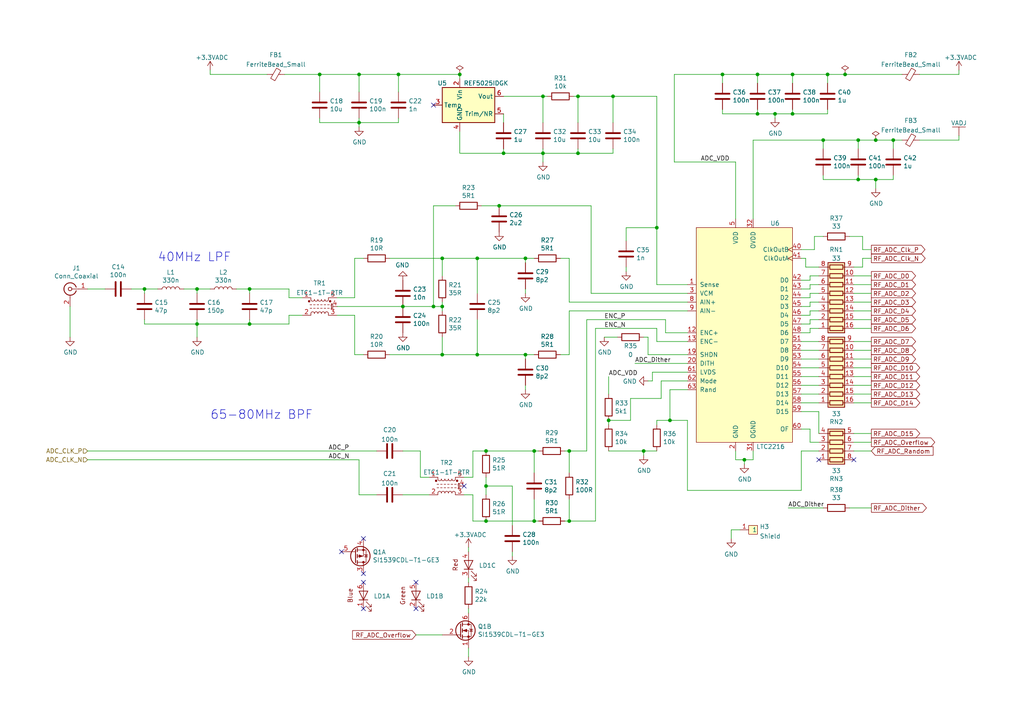
<source format=kicad_sch>
(kicad_sch (version 20210621) (generator eeschema)
  (paper "A4")
  (junction (at 41.91 83.82) (diameter 0.9144))
  (junction (at 57.15 83.82) (diameter 0.9144))
  (junction (at 57.15 93.98) (diameter 0.9144))
  (junction (at 72.39 83.82) (diameter 0.9144))
  (junction (at 72.39 93.98) (diameter 0.9144))
  (junction (at 92.71 21.59) (diameter 0.9144))
  (junction (at 104.14 21.59) (diameter 0.9144))
  (junction (at 104.14 35.56) (diameter 0.9144))
  (junction (at 115.57 21.59) (diameter 0.9144))
  (junction (at 116.84 88.9) (diameter 0.9144))
  (junction (at 125.73 88.9) (diameter 0.9144))
  (junction (at 128.27 74.93) (diameter 0.9144))
  (junction (at 128.27 88.9) (diameter 0.9144))
  (junction (at 128.27 102.87) (diameter 0.9144))
  (junction (at 133.35 21.59) (diameter 0.9144))
  (junction (at 138.43 74.93) (diameter 0.9144))
  (junction (at 138.43 102.87) (diameter 0.9144))
  (junction (at 140.97 130.81) (diameter 0.9144))
  (junction (at 140.97 140.97) (diameter 0.9144))
  (junction (at 140.97 151.13) (diameter 0.9144))
  (junction (at 144.78 59.69) (diameter 0.9144))
  (junction (at 146.05 44.45) (diameter 0.9144))
  (junction (at 152.4 74.93) (diameter 0.9144))
  (junction (at 152.4 102.87) (diameter 0.9144))
  (junction (at 154.94 130.81) (diameter 0.9144))
  (junction (at 154.94 151.13) (diameter 0.9144))
  (junction (at 157.48 27.94) (diameter 0.9144))
  (junction (at 157.48 44.45) (diameter 0.9144))
  (junction (at 165.1 130.81) (diameter 0.9144))
  (junction (at 165.1 151.13) (diameter 0.9144))
  (junction (at 167.64 27.94) (diameter 0.9144))
  (junction (at 167.64 44.45) (diameter 0.9144))
  (junction (at 176.53 121.92) (diameter 0.9144))
  (junction (at 177.8 27.94) (diameter 0.9144))
  (junction (at 186.69 130.81) (diameter 0.9144))
  (junction (at 190.5 66.04) (diameter 0.9144))
  (junction (at 194.31 121.92) (diameter 0.9144))
  (junction (at 209.55 21.59) (diameter 0.9144))
  (junction (at 215.9 133.35) (diameter 0.9144))
  (junction (at 219.71 21.59) (diameter 0.9144))
  (junction (at 219.71 33.02) (diameter 0.9144))
  (junction (at 224.79 33.02) (diameter 0.9144))
  (junction (at 229.87 21.59) (diameter 0.9144))
  (junction (at 229.87 33.02) (diameter 0.9144))
  (junction (at 238.76 40.64) (diameter 0.9144))
  (junction (at 240.03 21.59) (diameter 0.9144))
  (junction (at 245.11 21.59) (diameter 0.9144))
  (junction (at 248.92 40.64) (diameter 0.9144))
  (junction (at 248.92 52.07) (diameter 0.9144))
  (junction (at 254 40.64) (diameter 0.9144))
  (junction (at 254 52.07) (diameter 0.9144))
  (junction (at 259.08 40.64) (diameter 0.9144))
  (no_connect (at 99.06 160.02))
  (no_connect (at 105.41 156.21))
  (no_connect (at 105.41 166.37))
  (no_connect (at 105.41 168.91))
  (no_connect (at 105.41 176.53))
  (no_connect (at 120.65 168.91))
  (no_connect (at 120.65 176.53))
  (no_connect (at 125.73 30.48))
  (no_connect (at 134.62 140.97))
  (no_connect (at 237.49 133.35))
  (no_connect (at 247.65 133.35))
  (wire (pts (xy 20.32 88.9) (xy 20.32 97.79)))
  (wire (pts (xy 25.4 83.82) (xy 30.48 83.82)))
  (wire (pts (xy 25.4 130.81) (xy 109.22 130.81)))
  (wire (pts (xy 25.4 133.35) (xy 104.14 133.35)))
  (wire (pts (xy 38.1 83.82) (xy 41.91 83.82)))
  (wire (pts (xy 41.91 83.82) (xy 45.72 83.82)))
  (wire (pts (xy 41.91 85.09) (xy 41.91 83.82)))
  (wire (pts (xy 41.91 93.98) (xy 41.91 92.71)))
  (wire (pts (xy 53.34 83.82) (xy 57.15 83.82)))
  (wire (pts (xy 57.15 83.82) (xy 60.96 83.82)))
  (wire (pts (xy 57.15 85.09) (xy 57.15 83.82)))
  (wire (pts (xy 57.15 92.71) (xy 57.15 93.98)))
  (wire (pts (xy 57.15 93.98) (xy 41.91 93.98)))
  (wire (pts (xy 57.15 93.98) (xy 57.15 97.79)))
  (wire (pts (xy 57.15 93.98) (xy 72.39 93.98)))
  (wire (pts (xy 60.96 20.32) (xy 60.96 21.59)))
  (wire (pts (xy 60.96 21.59) (xy 77.47 21.59)))
  (wire (pts (xy 72.39 83.82) (xy 68.58 83.82)))
  (wire (pts (xy 72.39 83.82) (xy 83.82 83.82)))
  (wire (pts (xy 72.39 85.09) (xy 72.39 83.82)))
  (wire (pts (xy 72.39 93.98) (xy 72.39 92.71)))
  (wire (pts (xy 72.39 93.98) (xy 83.82 93.98)))
  (wire (pts (xy 82.55 21.59) (xy 92.71 21.59)))
  (wire (pts (xy 83.82 83.82) (xy 83.82 86.36)))
  (wire (pts (xy 83.82 86.36) (xy 87.63 86.36)))
  (wire (pts (xy 83.82 91.44) (xy 87.63 91.44)))
  (wire (pts (xy 83.82 93.98) (xy 83.82 91.44)))
  (wire (pts (xy 92.71 21.59) (xy 104.14 21.59)))
  (wire (pts (xy 92.71 26.67) (xy 92.71 21.59)))
  (wire (pts (xy 92.71 34.29) (xy 92.71 35.56)))
  (wire (pts (xy 92.71 35.56) (xy 104.14 35.56)))
  (wire (pts (xy 97.79 86.36) (xy 102.87 86.36)))
  (wire (pts (xy 97.79 88.9) (xy 116.84 88.9)))
  (wire (pts (xy 97.79 91.44) (xy 102.87 91.44)))
  (wire (pts (xy 102.87 74.93) (xy 102.87 86.36)))
  (wire (pts (xy 102.87 91.44) (xy 102.87 102.87)))
  (wire (pts (xy 102.87 102.87) (xy 105.41 102.87)))
  (wire (pts (xy 104.14 21.59) (xy 115.57 21.59)))
  (wire (pts (xy 104.14 26.67) (xy 104.14 21.59)))
  (wire (pts (xy 104.14 34.29) (xy 104.14 35.56)))
  (wire (pts (xy 104.14 35.56) (xy 115.57 35.56)))
  (wire (pts (xy 104.14 36.83) (xy 104.14 35.56)))
  (wire (pts (xy 104.14 133.35) (xy 104.14 143.51)))
  (wire (pts (xy 104.14 143.51) (xy 109.22 143.51)))
  (wire (pts (xy 105.41 74.93) (xy 102.87 74.93)))
  (wire (pts (xy 113.03 74.93) (xy 128.27 74.93)))
  (wire (pts (xy 113.03 102.87) (xy 128.27 102.87)))
  (wire (pts (xy 115.57 21.59) (xy 133.35 21.59)))
  (wire (pts (xy 115.57 26.67) (xy 115.57 21.59)))
  (wire (pts (xy 115.57 35.56) (xy 115.57 34.29)))
  (wire (pts (xy 116.84 88.9) (xy 125.73 88.9)))
  (wire (pts (xy 116.84 130.81) (xy 121.92 130.81)))
  (wire (pts (xy 116.84 143.51) (xy 124.46 143.51)))
  (wire (pts (xy 121.92 138.43) (xy 121.92 130.81)))
  (wire (pts (xy 121.92 138.43) (xy 124.46 138.43)))
  (wire (pts (xy 125.73 59.69) (xy 125.73 88.9)))
  (wire (pts (xy 125.73 88.9) (xy 128.27 88.9)))
  (wire (pts (xy 128.27 74.93) (xy 128.27 80.01)))
  (wire (pts (xy 128.27 74.93) (xy 138.43 74.93)))
  (wire (pts (xy 128.27 88.9) (xy 128.27 87.63)))
  (wire (pts (xy 128.27 90.17) (xy 128.27 88.9)))
  (wire (pts (xy 128.27 102.87) (xy 128.27 97.79)))
  (wire (pts (xy 128.27 102.87) (xy 138.43 102.87)))
  (wire (pts (xy 128.27 184.15) (xy 120.65 184.15)))
  (wire (pts (xy 132.08 59.69) (xy 125.73 59.69)))
  (wire (pts (xy 133.35 22.86) (xy 133.35 21.59)))
  (wire (pts (xy 133.35 38.1) (xy 133.35 44.45)))
  (wire (pts (xy 133.35 44.45) (xy 146.05 44.45)))
  (wire (pts (xy 134.62 138.43) (xy 137.16 138.43)))
  (wire (pts (xy 134.62 143.51) (xy 137.16 143.51)))
  (wire (pts (xy 135.89 158.75) (xy 135.89 160.02)))
  (wire (pts (xy 135.89 167.64) (xy 135.89 168.91)))
  (wire (pts (xy 135.89 176.53) (xy 135.89 177.8)))
  (wire (pts (xy 135.89 190.5) (xy 135.89 187.96)))
  (wire (pts (xy 137.16 130.81) (xy 140.97 130.81)))
  (wire (pts (xy 137.16 138.43) (xy 137.16 130.81)))
  (wire (pts (xy 137.16 151.13) (xy 137.16 143.51)))
  (wire (pts (xy 137.16 151.13) (xy 140.97 151.13)))
  (wire (pts (xy 138.43 74.93) (xy 138.43 85.09)))
  (wire (pts (xy 138.43 74.93) (xy 152.4 74.93)))
  (wire (pts (xy 138.43 92.71) (xy 138.43 102.87)))
  (wire (pts (xy 138.43 102.87) (xy 152.4 102.87)))
  (wire (pts (xy 139.7 59.69) (xy 144.78 59.69)))
  (wire (pts (xy 140.97 138.43) (xy 140.97 140.97)))
  (wire (pts (xy 140.97 140.97) (xy 140.97 143.51)))
  (wire (pts (xy 140.97 140.97) (xy 148.59 140.97)))
  (wire (pts (xy 140.97 151.13) (xy 154.94 151.13)))
  (wire (pts (xy 144.78 59.69) (xy 171.45 59.69)))
  (wire (pts (xy 146.05 27.94) (xy 157.48 27.94)))
  (wire (pts (xy 146.05 33.02) (xy 146.05 35.56)))
  (wire (pts (xy 146.05 43.18) (xy 146.05 44.45)))
  (wire (pts (xy 146.05 44.45) (xy 157.48 44.45)))
  (wire (pts (xy 148.59 140.97) (xy 148.59 152.4)))
  (wire (pts (xy 148.59 161.29) (xy 148.59 160.02)))
  (wire (pts (xy 152.4 74.93) (xy 152.4 76.2)))
  (wire (pts (xy 152.4 74.93) (xy 154.94 74.93)))
  (wire (pts (xy 152.4 83.82) (xy 152.4 85.09)))
  (wire (pts (xy 152.4 102.87) (xy 152.4 104.14)))
  (wire (pts (xy 152.4 102.87) (xy 154.94 102.87)))
  (wire (pts (xy 152.4 111.76) (xy 152.4 113.03)))
  (wire (pts (xy 154.94 130.81) (xy 140.97 130.81)))
  (wire (pts (xy 154.94 130.81) (xy 156.21 130.81)))
  (wire (pts (xy 154.94 137.16) (xy 154.94 130.81)))
  (wire (pts (xy 154.94 151.13) (xy 154.94 144.78)))
  (wire (pts (xy 154.94 151.13) (xy 156.21 151.13)))
  (wire (pts (xy 157.48 27.94) (xy 158.75 27.94)))
  (wire (pts (xy 157.48 35.56) (xy 157.48 27.94)))
  (wire (pts (xy 157.48 43.18) (xy 157.48 44.45)))
  (wire (pts (xy 157.48 44.45) (xy 167.64 44.45)))
  (wire (pts (xy 157.48 46.99) (xy 157.48 44.45)))
  (wire (pts (xy 162.56 74.93) (xy 165.1 74.93)))
  (wire (pts (xy 162.56 102.87) (xy 165.1 102.87)))
  (wire (pts (xy 163.83 130.81) (xy 165.1 130.81)))
  (wire (pts (xy 163.83 151.13) (xy 165.1 151.13)))
  (wire (pts (xy 165.1 74.93) (xy 165.1 87.63)))
  (wire (pts (xy 165.1 87.63) (xy 199.39 87.63)))
  (wire (pts (xy 165.1 90.17) (xy 199.39 90.17)))
  (wire (pts (xy 165.1 102.87) (xy 165.1 90.17)))
  (wire (pts (xy 165.1 130.81) (xy 170.18 130.81)))
  (wire (pts (xy 165.1 137.16) (xy 165.1 130.81)))
  (wire (pts (xy 165.1 144.78) (xy 165.1 151.13)))
  (wire (pts (xy 165.1 151.13) (xy 172.72 151.13)))
  (wire (pts (xy 166.37 27.94) (xy 167.64 27.94)))
  (wire (pts (xy 167.64 27.94) (xy 167.64 35.56)))
  (wire (pts (xy 167.64 27.94) (xy 177.8 27.94)))
  (wire (pts (xy 167.64 44.45) (xy 167.64 43.18)))
  (wire (pts (xy 167.64 44.45) (xy 177.8 44.45)))
  (wire (pts (xy 170.18 92.71) (xy 170.18 130.81)))
  (wire (pts (xy 170.18 92.71) (xy 193.04 92.71)))
  (wire (pts (xy 171.45 59.69) (xy 171.45 85.09)))
  (wire (pts (xy 171.45 85.09) (xy 199.39 85.09)))
  (wire (pts (xy 172.72 95.25) (xy 172.72 151.13)))
  (wire (pts (xy 172.72 95.25) (xy 190.5 95.25)))
  (wire (pts (xy 175.26 97.79) (xy 179.07 97.79)))
  (wire (pts (xy 176.53 109.22) (xy 176.53 114.3)))
  (wire (pts (xy 176.53 121.92) (xy 176.53 123.19)))
  (wire (pts (xy 176.53 130.81) (xy 186.69 130.81)))
  (wire (pts (xy 177.8 27.94) (xy 177.8 35.56)))
  (wire (pts (xy 177.8 27.94) (xy 190.5 27.94)))
  (wire (pts (xy 177.8 44.45) (xy 177.8 43.18)))
  (wire (pts (xy 181.61 66.04) (xy 190.5 66.04)))
  (wire (pts (xy 181.61 69.85) (xy 181.61 66.04)))
  (wire (pts (xy 181.61 78.74) (xy 181.61 77.47)))
  (wire (pts (xy 182.88 115.57) (xy 182.88 121.92)))
  (wire (pts (xy 182.88 115.57) (xy 191.77 115.57)))
  (wire (pts (xy 182.88 121.92) (xy 176.53 121.92)))
  (wire (pts (xy 184.15 105.41) (xy 199.39 105.41)))
  (wire (pts (xy 186.69 97.79) (xy 187.96 97.79)))
  (wire (pts (xy 186.69 130.81) (xy 190.5 130.81)))
  (wire (pts (xy 186.69 132.08) (xy 186.69 130.81)))
  (wire (pts (xy 187.96 97.79) (xy 187.96 102.87)))
  (wire (pts (xy 187.96 102.87) (xy 199.39 102.87)))
  (wire (pts (xy 187.96 110.49) (xy 189.23 110.49)))
  (wire (pts (xy 189.23 107.95) (xy 199.39 107.95)))
  (wire (pts (xy 189.23 110.49) (xy 189.23 107.95)))
  (wire (pts (xy 190.5 27.94) (xy 190.5 66.04)))
  (wire (pts (xy 190.5 66.04) (xy 190.5 82.55)))
  (wire (pts (xy 190.5 82.55) (xy 199.39 82.55)))
  (wire (pts (xy 190.5 95.25) (xy 190.5 99.06)))
  (wire (pts (xy 190.5 99.06) (xy 199.39 99.06)))
  (wire (pts (xy 190.5 121.92) (xy 190.5 123.19)))
  (wire (pts (xy 191.77 110.49) (xy 191.77 115.57)))
  (wire (pts (xy 193.04 92.71) (xy 193.04 96.52)))
  (wire (pts (xy 193.04 96.52) (xy 199.39 96.52)))
  (wire (pts (xy 194.31 113.03) (xy 194.31 121.92)))
  (wire (pts (xy 194.31 121.92) (xy 190.5 121.92)))
  (wire (pts (xy 195.58 21.59) (xy 195.58 46.99)))
  (wire (pts (xy 195.58 21.59) (xy 209.55 21.59)))
  (wire (pts (xy 195.58 46.99) (xy 213.36 46.99)))
  (wire (pts (xy 199.39 110.49) (xy 191.77 110.49)))
  (wire (pts (xy 199.39 113.03) (xy 194.31 113.03)))
  (wire (pts (xy 199.39 121.92) (xy 194.31 121.92)))
  (wire (pts (xy 199.39 142.24) (xy 199.39 121.92)))
  (wire (pts (xy 209.55 21.59) (xy 209.55 24.13)))
  (wire (pts (xy 209.55 21.59) (xy 219.71 21.59)))
  (wire (pts (xy 209.55 31.75) (xy 209.55 33.02)))
  (wire (pts (xy 209.55 33.02) (xy 219.71 33.02)))
  (wire (pts (xy 212.09 153.67) (xy 212.09 156.21)))
  (wire (pts (xy 213.36 46.99) (xy 213.36 63.5)))
  (wire (pts (xy 213.36 130.81) (xy 213.36 133.35)))
  (wire (pts (xy 213.36 133.35) (xy 215.9 133.35)))
  (wire (pts (xy 214.63 153.67) (xy 212.09 153.67)))
  (wire (pts (xy 215.9 133.35) (xy 218.44 133.35)))
  (wire (pts (xy 215.9 134.62) (xy 215.9 133.35)))
  (wire (pts (xy 218.44 40.64) (xy 218.44 63.5)))
  (wire (pts (xy 218.44 40.64) (xy 238.76 40.64)))
  (wire (pts (xy 218.44 133.35) (xy 218.44 130.81)))
  (wire (pts (xy 219.71 21.59) (xy 229.87 21.59)))
  (wire (pts (xy 219.71 24.13) (xy 219.71 21.59)))
  (wire (pts (xy 219.71 31.75) (xy 219.71 33.02)))
  (wire (pts (xy 219.71 33.02) (xy 224.79 33.02)))
  (wire (pts (xy 224.79 33.02) (xy 229.87 33.02)))
  (wire (pts (xy 224.79 34.29) (xy 224.79 33.02)))
  (wire (pts (xy 229.87 21.59) (xy 240.03 21.59)))
  (wire (pts (xy 229.87 24.13) (xy 229.87 21.59)))
  (wire (pts (xy 229.87 31.75) (xy 229.87 33.02)))
  (wire (pts (xy 232.41 72.39) (xy 236.22 72.39)))
  (wire (pts (xy 232.41 81.28) (xy 234.95 81.28)))
  (wire (pts (xy 232.41 83.82) (xy 234.95 83.82)))
  (wire (pts (xy 232.41 86.36) (xy 234.95 86.36)))
  (wire (pts (xy 232.41 88.9) (xy 234.95 88.9)))
  (wire (pts (xy 232.41 91.44) (xy 234.95 91.44)))
  (wire (pts (xy 232.41 93.98) (xy 234.95 93.98)))
  (wire (pts (xy 232.41 96.52) (xy 234.95 96.52)))
  (wire (pts (xy 232.41 99.06) (xy 237.49 99.06)))
  (wire (pts (xy 232.41 101.6) (xy 237.49 101.6)))
  (wire (pts (xy 232.41 104.14) (xy 237.49 104.14)))
  (wire (pts (xy 232.41 106.68) (xy 237.49 106.68)))
  (wire (pts (xy 232.41 109.22) (xy 237.49 109.22)))
  (wire (pts (xy 232.41 111.76) (xy 237.49 111.76)))
  (wire (pts (xy 232.41 114.3) (xy 237.49 114.3)))
  (wire (pts (xy 232.41 116.84) (xy 237.49 116.84)))
  (wire (pts (xy 232.41 119.38) (xy 237.49 119.38)))
  (wire (pts (xy 232.41 130.81) (xy 232.41 142.24)))
  (wire (pts (xy 232.41 130.81) (xy 237.49 130.81)))
  (wire (pts (xy 232.41 142.24) (xy 199.39 142.24)))
  (wire (pts (xy 233.68 74.93) (xy 232.41 74.93)))
  (wire (pts (xy 233.68 77.47) (xy 233.68 74.93)))
  (wire (pts (xy 233.68 77.47) (xy 237.49 77.47)))
  (wire (pts (xy 234.95 80.01) (xy 237.49 80.01)))
  (wire (pts (xy 234.95 81.28) (xy 234.95 80.01)))
  (wire (pts (xy 234.95 82.55) (xy 237.49 82.55)))
  (wire (pts (xy 234.95 83.82) (xy 234.95 82.55)))
  (wire (pts (xy 234.95 85.09) (xy 237.49 85.09)))
  (wire (pts (xy 234.95 86.36) (xy 234.95 85.09)))
  (wire (pts (xy 234.95 87.63) (xy 237.49 87.63)))
  (wire (pts (xy 234.95 88.9) (xy 234.95 87.63)))
  (wire (pts (xy 234.95 90.17) (xy 237.49 90.17)))
  (wire (pts (xy 234.95 91.44) (xy 234.95 90.17)))
  (wire (pts (xy 234.95 92.71) (xy 237.49 92.71)))
  (wire (pts (xy 234.95 93.98) (xy 234.95 92.71)))
  (wire (pts (xy 234.95 95.25) (xy 237.49 95.25)))
  (wire (pts (xy 234.95 96.52) (xy 234.95 95.25)))
  (wire (pts (xy 234.95 124.46) (xy 232.41 124.46)))
  (wire (pts (xy 234.95 128.27) (xy 234.95 124.46)))
  (wire (pts (xy 236.22 68.58) (xy 238.76 68.58)))
  (wire (pts (xy 236.22 72.39) (xy 236.22 68.58)))
  (wire (pts (xy 237.49 119.38) (xy 237.49 125.73)))
  (wire (pts (xy 237.49 128.27) (xy 234.95 128.27)))
  (wire (pts (xy 238.76 40.64) (xy 248.92 40.64)))
  (wire (pts (xy 238.76 43.18) (xy 238.76 40.64)))
  (wire (pts (xy 238.76 50.8) (xy 238.76 52.07)))
  (wire (pts (xy 238.76 52.07) (xy 248.92 52.07)))
  (wire (pts (xy 238.76 147.32) (xy 228.6 147.32)))
  (wire (pts (xy 240.03 21.59) (xy 245.11 21.59)))
  (wire (pts (xy 240.03 24.13) (xy 240.03 21.59)))
  (wire (pts (xy 240.03 31.75) (xy 240.03 33.02)))
  (wire (pts (xy 240.03 33.02) (xy 229.87 33.02)))
  (wire (pts (xy 245.11 21.59) (xy 261.62 21.59)))
  (wire (pts (xy 246.38 68.58) (xy 250.19 68.58)))
  (wire (pts (xy 246.38 147.32) (xy 252.73 147.32)))
  (wire (pts (xy 247.65 77.47) (xy 250.19 77.47)))
  (wire (pts (xy 247.65 80.01) (xy 252.73 80.01)))
  (wire (pts (xy 247.65 82.55) (xy 252.73 82.55)))
  (wire (pts (xy 247.65 85.09) (xy 252.73 85.09)))
  (wire (pts (xy 247.65 87.63) (xy 252.73 87.63)))
  (wire (pts (xy 247.65 90.17) (xy 252.73 90.17)))
  (wire (pts (xy 247.65 92.71) (xy 252.73 92.71)))
  (wire (pts (xy 247.65 95.25) (xy 252.73 95.25)))
  (wire (pts (xy 247.65 99.06) (xy 252.73 99.06)))
  (wire (pts (xy 247.65 101.6) (xy 252.73 101.6)))
  (wire (pts (xy 247.65 104.14) (xy 252.73 104.14)))
  (wire (pts (xy 247.65 106.68) (xy 252.73 106.68)))
  (wire (pts (xy 247.65 109.22) (xy 252.73 109.22)))
  (wire (pts (xy 247.65 111.76) (xy 252.73 111.76)))
  (wire (pts (xy 247.65 114.3) (xy 252.73 114.3)))
  (wire (pts (xy 247.65 116.84) (xy 252.73 116.84)))
  (wire (pts (xy 247.65 125.73) (xy 252.73 125.73)))
  (wire (pts (xy 247.65 128.27) (xy 252.73 128.27)))
  (wire (pts (xy 247.65 130.81) (xy 252.73 130.81)))
  (wire (pts (xy 248.92 40.64) (xy 254 40.64)))
  (wire (pts (xy 248.92 43.18) (xy 248.92 40.64)))
  (wire (pts (xy 248.92 50.8) (xy 248.92 52.07)))
  (wire (pts (xy 248.92 52.07) (xy 254 52.07)))
  (wire (pts (xy 250.19 68.58) (xy 250.19 72.39)))
  (wire (pts (xy 250.19 72.39) (xy 252.73 72.39)))
  (wire (pts (xy 250.19 74.93) (xy 252.73 74.93)))
  (wire (pts (xy 250.19 77.47) (xy 250.19 74.93)))
  (wire (pts (xy 254 40.64) (xy 259.08 40.64)))
  (wire (pts (xy 254 52.07) (xy 259.08 52.07)))
  (wire (pts (xy 254 54.61) (xy 254 52.07)))
  (wire (pts (xy 259.08 40.64) (xy 259.08 43.18)))
  (wire (pts (xy 259.08 40.64) (xy 261.62 40.64)))
  (wire (pts (xy 259.08 52.07) (xy 259.08 50.8)))
  (wire (pts (xy 266.7 21.59) (xy 278.13 21.59)))
  (wire (pts (xy 266.7 40.64) (xy 278.13 40.64)))
  (wire (pts (xy 278.13 21.59) (xy 278.13 20.32)))
  (wire (pts (xy 278.13 40.64) (xy 278.13 39.37)))
  (text "40MHz LPF" (at 45.72 76.2 0) (effects (font (size 2.54 2.54)) (justify left bottom)))
  (text "65-80MHz BPF" (at 60.96 121.92 0) (effects (font (size 2.54 2.54)) (justify left bottom)))
  (label "ADC_P" (at 95.25 130.81 0))
  (label "ADC_N" (at 95.25 133.35 0))
  (label "ENC_P" (at 175.26 92.71 0))
  (label "ENC_N" (at 175.26 95.25 0))
  (label "ADC_VDD" (at 176.53 109.22 0))
  (label "ADC_Dither" (at 184.15 105.41 0))
  (label "ADC_VDD" (at 203.2 46.99 0))
  (label "ADC_Dither" (at 228.6 147.32 0))
  (global_label "RF_ADC_Overflow" (shape input) (at 120.65 184.15 180) (property "Intersheet References" "${INTERSHEET_REFS}" (effects hide)))
  (global_label "RF_ADC_Clk_P" (shape output) (at 252.73 72.39 0) (property "Intersheet References" "${INTERSHEET_REFS}" (effects hide)))
  (global_label "RF_ADC_Clk_N" (shape output) (at 252.73 74.93 0) (property "Intersheet References" "${INTERSHEET_REFS}" (effects hide)))
  (global_label "RF_ADC_D0" (shape output) (at 252.73 80.01 0) (property "Intersheet References" "${INTERSHEET_REFS}" (effects hide)))
  (global_label "RF_ADC_D1" (shape output) (at 252.73 82.55 0) (property "Intersheet References" "${INTERSHEET_REFS}" (effects hide)))
  (global_label "RF_ADC_D2" (shape output) (at 252.73 85.09 0) (property "Intersheet References" "${INTERSHEET_REFS}" (effects hide)))
  (global_label "RF_ADC_D3" (shape output) (at 252.73 87.63 0) (property "Intersheet References" "${INTERSHEET_REFS}" (effects hide)))
  (global_label "RF_ADC_D4" (shape output) (at 252.73 90.17 0) (property "Intersheet References" "${INTERSHEET_REFS}" (effects hide)))
  (global_label "RF_ADC_D5" (shape output) (at 252.73 92.71 0) (property "Intersheet References" "${INTERSHEET_REFS}" (effects hide)))
  (global_label "RF_ADC_D6" (shape output) (at 252.73 95.25 0) (property "Intersheet References" "${INTERSHEET_REFS}" (effects hide)))
  (global_label "RF_ADC_D7" (shape output) (at 252.73 99.06 0) (property "Intersheet References" "${INTERSHEET_REFS}" (effects hide)))
  (global_label "RF_ADC_D8" (shape output) (at 252.73 101.6 0) (property "Intersheet References" "${INTERSHEET_REFS}" (effects hide)))
  (global_label "RF_ADC_D9" (shape output) (at 252.73 104.14 0) (property "Intersheet References" "${INTERSHEET_REFS}" (effects hide)))
  (global_label "RF_ADC_D10" (shape output) (at 252.73 106.68 0) (property "Intersheet References" "${INTERSHEET_REFS}" (effects hide)))
  (global_label "RF_ADC_D11" (shape output) (at 252.73 109.22 0) (property "Intersheet References" "${INTERSHEET_REFS}" (effects hide)))
  (global_label "RF_ADC_D12" (shape output) (at 252.73 111.76 0) (property "Intersheet References" "${INTERSHEET_REFS}" (effects hide)))
  (global_label "RF_ADC_D13" (shape output) (at 252.73 114.3 0) (property "Intersheet References" "${INTERSHEET_REFS}" (effects hide)))
  (global_label "RF_ADC_D14" (shape output) (at 252.73 116.84 0) (property "Intersheet References" "${INTERSHEET_REFS}" (effects hide)))
  (global_label "RF_ADC_D15" (shape output) (at 252.73 125.73 0) (property "Intersheet References" "${INTERSHEET_REFS}" (effects hide)))
  (global_label "RF_ADC_Overflow" (shape output) (at 252.73 128.27 0) (property "Intersheet References" "${INTERSHEET_REFS}" (effects hide)))
  (global_label "RF_ADC_Random" (shape input) (at 252.73 130.81 0) (property "Intersheet References" "${INTERSHEET_REFS}" (effects hide)))
  (global_label "RF_ADC_Dither" (shape output) (at 252.73 147.32 0) (property "Intersheet References" "${INTERSHEET_REFS}" (effects hide)))
  (hierarchical_label "ADC_CLK_P" (shape input) (at 25.4 130.81 180))
  (hierarchical_label "ADC_CLK_N" (shape input) (at 25.4 133.35 180))
  (symbol (lib_id "power:+3.3VADC") (at 60.96 20.32 0) (unit 1)
    (property "Reference" "#PWR054" (effects hide))
    (property "Value" "+3.3VADC" (at 61.468 16.6878 0))
  )
  (symbol (lib_id "power:+3.3VADC") (at 135.89 158.75 0) (unit 1)
    (property "Reference" "#PWR058" (effects hide))
    (property "Value" "+3.3VADC" (at 136.398 155.1178 0))
  )
  (symbol (lib_id "power:+3.3VADC") (at 278.13 20.32 0) (unit 1)
    (property "Reference" "#PWR073" (effects hide))
    (property "Value" "+3.3VADC" (at 278.638 16.6878 0))
  )
  (symbol (lib_id "power:PWR_FLAG") (at 133.35 21.59 0) (unit 1)
    (property "Reference" "#FLG01" (effects hide))
    (property "Value" "PWR_FLAG" (effects hide))
  )
  (symbol (lib_id "power:PWR_FLAG") (at 245.11 21.59 0) (unit 1)
    (property "Reference" "#FLG02" (effects hide))
    (property "Value" "PWR_FLAG" (effects hide))
  )
  (symbol (lib_id "power:PWR_FLAG") (at 254 40.64 0) (unit 1)
    (property "Reference" "#FLG03" (effects hide))
    (property "Value" "PWR_FLAG" (effects hide))
  )
  (symbol (lib_id "power:GND") (at 20.32 97.79 0) (unit 1)
    (property "Reference" "#PWR052" (effects hide))
    (property "Value" "GND" (at 20.447 102.1842 0))
  )
  (symbol (lib_id "power:GND") (at 57.15 97.79 0) (unit 1)
    (property "Reference" "#PWR053" (effects hide))
    (property "Value" "GND" (at 57.277 102.1842 0))
  )
  (symbol (lib_id "power:GND") (at 104.14 36.83 0) (unit 1)
    (property "Reference" "#PWR055" (effects hide))
    (property "Value" "GND" (at 104.267 41.2242 0))
  )
  (symbol (lib_id "power:GND") (at 116.84 81.28 180) (unit 1)
    (property "Reference" "#PWR056" (effects hide))
    (property "Value" "GND" (at 116.713 76.8858 0))
  )
  (symbol (lib_id "power:GND") (at 116.84 96.52 0) (unit 1)
    (property "Reference" "#PWR057" (effects hide))
    (property "Value" "GND" (at 116.967 100.9142 0))
  )
  (symbol (lib_id "power:GND") (at 135.89 190.5 0) (unit 1)
    (property "Reference" "#PWR059" (effects hide))
    (property "Value" "GND" (at 136.017 194.8942 0))
  )
  (symbol (lib_id "power:GND") (at 144.78 67.31 0) (unit 1)
    (property "Reference" "#PWR060" (effects hide))
    (property "Value" "GND" (at 144.907 71.7042 0))
  )
  (symbol (lib_id "power:GND") (at 148.59 161.29 0) (unit 1)
    (property "Reference" "#PWR061" (effects hide))
    (property "Value" "GND" (at 148.717 165.6842 0))
  )
  (symbol (lib_id "power:GND") (at 152.4 85.09 0) (unit 1)
    (property "Reference" "#PWR062" (effects hide))
    (property "Value" "GND" (at 152.527 89.4842 0))
  )
  (symbol (lib_id "power:GND") (at 152.4 113.03 0) (unit 1)
    (property "Reference" "#PWR063" (effects hide))
    (property "Value" "GND" (at 152.527 117.4242 0))
  )
  (symbol (lib_id "power:GND") (at 157.48 46.99 0) (unit 1)
    (property "Reference" "#PWR064" (effects hide))
    (property "Value" "GND" (at 157.607 51.3842 0))
  )
  (symbol (lib_id "power:GND") (at 175.26 97.79 0) (unit 1)
    (property "Reference" "#PWR065" (effects hide))
    (property "Value" "GND" (at 175.387 102.1842 0))
  )
  (symbol (lib_id "power:GND") (at 181.61 78.74 0) (unit 1)
    (property "Reference" "#PWR066" (effects hide))
    (property "Value" "GND" (at 181.737 83.1342 0))
  )
  (symbol (lib_id "power:GND") (at 186.69 132.08 0) (unit 1)
    (property "Reference" "#PWR067" (effects hide))
    (property "Value" "GND" (at 186.817 136.4742 0))
  )
  (symbol (lib_id "power:GND") (at 187.96 110.49 270) (unit 1)
    (property "Reference" "#PWR068" (effects hide))
    (property "Value" "GND" (at 184.7088 110.617 90) (effects (justify right)))
  )
  (symbol (lib_id "power:GND") (at 212.09 156.21 0) (unit 1)
    (property "Reference" "#PWR069" (effects hide))
    (property "Value" "GND" (at 212.09 160.7726 0))
  )
  (symbol (lib_id "power:GND") (at 215.9 134.62 0) (unit 1)
    (property "Reference" "#PWR070" (effects hide))
    (property "Value" "GND" (at 216.027 139.0142 0))
  )
  (symbol (lib_id "power:GND") (at 224.79 34.29 0) (unit 1)
    (property "Reference" "#PWR071" (effects hide))
    (property "Value" "GND" (at 224.917 38.6842 0))
  )
  (symbol (lib_id "power:GND") (at 254 54.61 0) (unit 1)
    (property "Reference" "#PWR072" (effects hide))
    (property "Value" "GND" (at 254.127 59.0042 0))
  )
  (symbol (lib_id "Device:L") (at 49.53 83.82 90) (unit 1)
    (property "Reference" "L1" (at 49.53 78.994 90))
    (property "Value" "330n" (at 49.53 81.3054 90))
    (property "Footprint" "Inductor_SMD:L_0603_1608Metric" (effects hide))
  )
  (symbol (lib_id "Device:L") (at 64.77 83.82 90) (unit 1)
    (property "Reference" "L2" (at 64.77 78.994 90))
    (property "Value" "330n" (at 64.77 81.3054 90))
    (property "Footprint" "Inductor_SMD:L_0603_1608Metric" (effects hide))
  )
  (symbol (lib_id "Power_WUT:VADJ") (at 278.13 39.37 0) (unit 1) (in_bom no) (on_board no)
    (property "Reference" "#PWR074" (effects hide))
    (property "Value" "VADJ" (at 278.13 35.6892 0))
  )
  (symbol (lib_id "Shield_WUT:Shield") (at 217.17 153.67 0) (unit 1)
    (property "Reference" "H3" (at 220.3451 152.7615 0) (effects (justify left)))
    (property "Value" "Shield" (at 220.3451 155.5366 0) (effects (justify left)))
    (property "Footprint" "Shield_WUT:Shield_Masach_MS477-10_47.7x18.2x4mm_TH.step" (effects hide))
  )
  (symbol (lib_id "Device:R") (at 109.22 74.93 270) (unit 1)
    (property "Reference" "R19" (at 109.22 69.6722 90))
    (property "Value" "10R" (at 109.22 71.9836 90))
    (property "Footprint" "Resistor_SMD:R_0402_1005Metric" (effects hide))
  )
  (symbol (lib_id "Device:R") (at 109.22 102.87 270) (unit 1)
    (property "Reference" "R20" (at 109.22 97.6122 90))
    (property "Value" "10R" (at 109.22 99.9236 90))
    (property "Footprint" "Resistor_SMD:R_0402_1005Metric" (effects hide))
  )
  (symbol (lib_id "Device:R") (at 128.27 83.82 0) (unit 1)
    (property "Reference" "R21" (at 130.048 82.6516 0) (effects (justify left)))
    (property "Value" "35R" (at 130.048 84.963 0) (effects (justify left)))
    (property "Footprint" "Resistor_SMD:R_0402_1005Metric" (effects hide))
  )
  (symbol (lib_id "Device:R") (at 128.27 93.98 0) (unit 1)
    (property "Reference" "R22" (at 130.048 92.8116 0) (effects (justify left)))
    (property "Value" "35R" (at 130.048 95.123 0) (effects (justify left)))
    (property "Footprint" "Resistor_SMD:R_0402_1005Metric" (effects hide))
  )
  (symbol (lib_id "Device:R") (at 135.89 59.69 270) (unit 1)
    (property "Reference" "R23" (at 135.89 54.4322 90))
    (property "Value" "5R1" (at 135.89 56.7436 90))
    (property "Footprint" "Resistor_SMD:R_0402_1005Metric" (effects hide))
  )
  (symbol (lib_id "Device:R") (at 135.89 172.72 0) (unit 1)
    (property "Reference" "R24" (at 137.668 171.5516 0) (effects (justify left)))
    (property "Value" "22k" (at 137.668 173.863 0) (effects (justify left)))
    (property "Footprint" "Resistor_SMD:R_0402_1005Metric" (effects hide))
  )
  (symbol (lib_id "Device:R") (at 140.97 134.62 0) (unit 1)
    (property "Reference" "R25" (at 142.748 133.4516 0) (effects (justify left)))
    (property "Value" "51R" (at 142.748 135.763 0) (effects (justify left)))
    (property "Footprint" "Resistor_SMD:R_0402_1005Metric" (effects hide))
  )
  (symbol (lib_id "Device:R") (at 140.97 147.32 0) (unit 1)
    (property "Reference" "R26" (at 142.748 146.1516 0) (effects (justify left)))
    (property "Value" "51R" (at 142.748 148.463 0) (effects (justify left)))
    (property "Footprint" "Resistor_SMD:R_0402_1005Metric" (effects hide))
  )
  (symbol (lib_id "Device:R") (at 158.75 74.93 270) (unit 1)
    (property "Reference" "R27" (at 158.75 69.6722 90))
    (property "Value" "5R1" (at 158.75 71.9836 90))
    (property "Footprint" "Resistor_SMD:R_0402_1005Metric" (effects hide))
  )
  (symbol (lib_id "Device:R") (at 158.75 102.87 270) (unit 1)
    (property "Reference" "R28" (at 158.75 97.6122 90))
    (property "Value" "5R1" (at 158.75 99.9236 90))
    (property "Footprint" "Resistor_SMD:R_0402_1005Metric" (effects hide))
  )
  (symbol (lib_id "Device:R") (at 160.02 130.81 270) (unit 1)
    (property "Reference" "R29" (at 160.02 125.5522 90))
    (property "Value" "5R1" (at 160.02 127.8636 90))
    (property "Footprint" "Resistor_SMD:R_0402_1005Metric" (effects hide))
  )
  (symbol (lib_id "Device:R") (at 160.02 151.13 270) (unit 1)
    (property "Reference" "R30" (at 160.02 145.8722 90))
    (property "Value" "5R1" (at 160.02 148.1836 90))
    (property "Footprint" "Resistor_SMD:R_0402_1005Metric" (effects hide))
  )
  (symbol (lib_id "Device:R") (at 162.56 27.94 270) (unit 1)
    (property "Reference" "R31" (at 162.56 22.6822 90))
    (property "Value" "10k" (at 162.56 24.9936 90))
    (property "Footprint" "Resistor_SMD:R_0402_1005Metric" (effects hide))
  )
  (symbol (lib_id "Device:R") (at 165.1 140.97 0) (unit 1)
    (property "Reference" "R32" (at 166.878 139.8016 0) (effects (justify left)))
    (property "Value" "100R" (at 166.878 142.113 0) (effects (justify left)))
    (property "Footprint" "Resistor_SMD:R_0201_0603Metric" (effects hide))
  )
  (symbol (lib_id "Device:R") (at 176.53 118.11 0) (unit 1)
    (property "Reference" "R33" (at 178.308 116.9416 0) (effects (justify left)))
    (property "Value" "5k1" (at 178.308 119.253 0) (effects (justify left)))
    (property "Footprint" "Resistor_SMD:R_0402_1005Metric" (effects hide))
  )
  (symbol (lib_id "Device:R") (at 176.53 127 0) (unit 1)
    (property "Reference" "R34" (at 178.308 125.8316 0) (effects (justify left)))
    (property "Value" "10k" (at 178.308 128.143 0) (effects (justify left)))
    (property "Footprint" "Resistor_SMD:R_0402_1005Metric" (effects hide))
  )
  (symbol (lib_id "Device:R") (at 182.88 97.79 90) (unit 1)
    (property "Reference" "R35" (at 182.88 100.33 90))
    (property "Value" "0" (at 182.88 102.87 90))
    (property "Footprint" "Resistor_SMD:R_0402_1005Metric" (effects hide))
  )
  (symbol (lib_id "Device:R") (at 190.5 127 0) (unit 1)
    (property "Reference" "R36" (at 192.278 125.8316 0) (effects (justify left)))
    (property "Value" "10k" (at 192.278 128.143 0) (effects (justify left)))
    (property "Footprint" "Resistor_SMD:R_0402_1005Metric" (effects hide))
  )
  (symbol (lib_id "Device:R") (at 242.57 68.58 270) (unit 1)
    (property "Reference" "R37" (at 242.57 63.3222 90))
    (property "Value" "33" (at 242.57 65.6336 90))
    (property "Footprint" "Resistor_SMD:R_0402_1005Metric" (effects hide))
  )
  (symbol (lib_id "Device:R") (at 242.57 147.32 270) (unit 1)
    (property "Reference" "R38" (at 242.57 142.0622 90))
    (property "Value" "33" (at 242.57 144.3736 90))
    (property "Footprint" "Resistor_SMD:R_0402_1005Metric" (effects hide))
  )
  (symbol (lib_id "Device:FerriteBead_Small") (at 80.01 21.59 90) (unit 1)
    (property "Reference" "FB1" (at 80.01 15.9216 90))
    (property "Value" "FerriteBead_Small" (at 80.01 18.6967 90))
    (property "Footprint" "Inductor_SMD:L_0603_1608Metric" (effects hide))
  )
  (symbol (lib_id "Device:FerriteBead_Small") (at 264.16 21.59 90) (unit 1)
    (property "Reference" "FB2" (at 264.16 15.9216 90))
    (property "Value" "FerriteBead_Small" (at 264.16 18.6967 90))
    (property "Footprint" "Inductor_SMD:L_0603_1608Metric" (effects hide))
  )
  (symbol (lib_id "Device:FerriteBead_Small") (at 264.16 40.64 90) (unit 1)
    (property "Reference" "FB3" (at 264.16 34.9716 90))
    (property "Value" "FerriteBead_Small" (at 264.16 37.7467 90))
    (property "Footprint" "Inductor_SMD:L_0603_1608Metric" (effects hide))
  )
  (symbol (lib_id "Device:C") (at 34.29 83.82 270) (unit 1)
    (property "Reference" "C14" (at 34.29 77.4192 90))
    (property "Value" "100n" (at 34.29 79.7306 90))
    (property "Footprint" "Capacitor_SMD:C_0402_1005Metric" (effects hide))
  )
  (symbol (lib_id "Device:C") (at 41.91 88.9 0) (unit 1)
    (property "Reference" "C15" (at 44.831 87.7316 0) (effects (justify left)))
    (property "Value" "47p" (at 44.831 90.043 0) (effects (justify left)))
    (property "Footprint" "Capacitor_SMD:C_0402_1005Metric" (effects hide))
  )
  (symbol (lib_id "Device:C") (at 57.15 88.9 0) (unit 1)
    (property "Reference" "C16" (at 60.071 87.7316 0) (effects (justify left)))
    (property "Value" "150p" (at 60.071 90.043 0) (effects (justify left)))
    (property "Footprint" "Capacitor_SMD:C_0402_1005Metric" (effects hide))
  )
  (symbol (lib_id "Device:C") (at 72.39 88.9 0) (unit 1)
    (property "Reference" "C17" (at 75.311 87.7316 0) (effects (justify left)))
    (property "Value" "47p" (at 75.311 90.043 0) (effects (justify left)))
    (property "Footprint" "Capacitor_SMD:C_0402_1005Metric" (effects hide))
  )
  (symbol (lib_id "Device:C") (at 92.71 30.48 0) (unit 1)
    (property "Reference" "C18" (at 95.631 29.3116 0) (effects (justify left)))
    (property "Value" "10u" (at 95.631 31.623 0) (effects (justify left)))
    (property "Footprint" "Capacitor_SMD:C_0603_1608Metric" (effects hide))
  )
  (symbol (lib_id "Device:C") (at 104.14 30.48 0) (unit 1)
    (property "Reference" "C19" (at 107.061 29.3116 0) (effects (justify left)))
    (property "Value" "100n" (at 107.061 31.623 0) (effects (justify left)))
    (property "Footprint" "Capacitor_SMD:C_0402_1005Metric" (effects hide))
  )
  (symbol (lib_id "Device:C") (at 113.03 130.81 90) (unit 1)
    (property "Reference" "C20" (at 113.03 124.6844 90))
    (property "Value" "100n" (at 113.03 127.4595 90))
    (property "Footprint" "Capacitor_SMD:C_0402_1005Metric" (effects hide))
  )
  (symbol (lib_id "Device:C") (at 113.03 143.51 90) (unit 1)
    (property "Reference" "C21" (at 113.03 137.3844 90))
    (property "Value" "100n" (at 113.03 140.1595 90))
    (property "Footprint" "Capacitor_SMD:C_0402_1005Metric" (effects hide))
  )
  (symbol (lib_id "Device:C") (at 115.57 30.48 0) (unit 1)
    (property "Reference" "C22" (at 118.491 29.3116 0) (effects (justify left)))
    (property "Value" "1n" (at 118.491 31.623 0) (effects (justify left)))
    (property "Footprint" "Capacitor_SMD:C_0402_1005Metric" (effects hide))
  )
  (symbol (lib_id "Device:C") (at 116.84 85.09 0) (unit 1)
    (property "Reference" "C23" (at 119.761 83.9216 0) (effects (justify left)))
    (property "Value" "10n" (at 119.761 86.233 0) (effects (justify left)))
    (property "Footprint" "Capacitor_SMD:C_0402_1005Metric" (effects hide))
  )
  (symbol (lib_id "Device:C") (at 116.84 92.71 0) (unit 1)
    (property "Reference" "C24" (at 119.761 91.5416 0) (effects (justify left)))
    (property "Value" "100n" (at 119.761 93.853 0) (effects (justify left)))
    (property "Footprint" "Capacitor_SMD:C_0402_1005Metric" (effects hide))
  )
  (symbol (lib_id "Device:C") (at 138.43 88.9 0) (unit 1)
    (property "Reference" "C25" (at 141.351 87.7316 0) (effects (justify left)))
    (property "Value" "8p2" (at 141.351 90.043 0) (effects (justify left)))
    (property "Footprint" "Capacitor_SMD:C_0402_1005Metric" (effects hide))
  )
  (symbol (lib_id "Device:C") (at 144.78 63.5 0) (unit 1)
    (property "Reference" "C26" (at 147.701 62.3316 0) (effects (justify left)))
    (property "Value" "2u2" (at 147.701 64.643 0) (effects (justify left)))
    (property "Footprint" "Capacitor_SMD:C_0603_1608Metric" (effects hide))
  )
  (symbol (lib_id "Device:C") (at 146.05 39.37 0) (unit 1)
    (property "Reference" "C27" (at 148.971 38.2016 0) (effects (justify left)))
    (property "Value" "1u" (at 148.971 40.513 0) (effects (justify left)))
    (property "Footprint" "Capacitor_SMD:C_0603_1608Metric" (effects hide))
  )
  (symbol (lib_id "Device:C") (at 148.59 156.21 0) (unit 1)
    (property "Reference" "C28" (at 151.511 155.0416 0) (effects (justify left)))
    (property "Value" "100n" (at 151.511 157.353 0) (effects (justify left)))
    (property "Footprint" "Capacitor_SMD:C_0402_1005Metric" (effects hide))
  )
  (symbol (lib_id "Device:C") (at 152.4 80.01 0) (unit 1)
    (property "Reference" "C29" (at 155.321 78.8416 0) (effects (justify left)))
    (property "Value" "8p2" (at 155.321 81.153 0) (effects (justify left)))
    (property "Footprint" "Capacitor_SMD:C_0402_1005Metric" (effects hide))
  )
  (symbol (lib_id "Device:C") (at 152.4 107.95 0) (unit 1)
    (property "Reference" "C30" (at 155.321 106.7816 0) (effects (justify left)))
    (property "Value" "8p2" (at 155.321 109.093 0) (effects (justify left)))
    (property "Footprint" "Capacitor_SMD:C_0402_1005Metric" (effects hide))
  )
  (symbol (lib_id "Device:C") (at 154.94 140.97 0) (unit 1)
    (property "Reference" "C31" (at 157.861 139.8016 0) (effects (justify left)))
    (property "Value" "8p2" (at 157.861 142.113 0) (effects (justify left)))
    (property "Footprint" "Capacitor_SMD:C_0402_1005Metric" (effects hide))
  )
  (symbol (lib_id "Device:C") (at 157.48 39.37 0) (unit 1)
    (property "Reference" "C32" (at 160.401 38.2016 0) (effects (justify left)))
    (property "Value" "10u" (at 160.401 40.513 0) (effects (justify left)))
    (property "Footprint" "Capacitor_SMD:C_0603_1608Metric" (effects hide))
  )
  (symbol (lib_id "Device:C") (at 167.64 39.37 0) (unit 1)
    (property "Reference" "C33" (at 170.561 38.2016 0) (effects (justify left)))
    (property "Value" "10u" (at 170.561 40.513 0) (effects (justify left)))
    (property "Footprint" "Capacitor_SMD:C_0603_1608Metric" (effects hide))
  )
  (symbol (lib_id "Device:C") (at 177.8 39.37 0) (unit 1)
    (property "Reference" "C34" (at 180.721 38.2016 0) (effects (justify left)))
    (property "Value" "100n" (at 180.721 40.513 0) (effects (justify left)))
    (property "Footprint" "Capacitor_SMD:C_0402_1005Metric" (effects hide))
  )
  (symbol (lib_id "Device:C") (at 181.61 73.66 0) (unit 1)
    (property "Reference" "C35" (at 184.531 72.4916 0) (effects (justify left)))
    (property "Value" "1n" (at 184.531 74.803 0) (effects (justify left)))
    (property "Footprint" "Capacitor_SMD:C_0402_1005Metric" (effects hide))
  )
  (symbol (lib_id "Device:C") (at 209.55 27.94 0) (unit 1)
    (property "Reference" "C36" (at 212.471 26.7716 0) (effects (justify left)))
    (property "Value" "100n" (at 212.471 29.083 0) (effects (justify left)))
    (property "Footprint" "Capacitor_SMD:C_0402_1005Metric" (effects hide))
  )
  (symbol (lib_id "Device:C") (at 219.71 27.94 0) (unit 1)
    (property "Reference" "C37" (at 222.631 26.7716 0) (effects (justify left)))
    (property "Value" "100n" (at 222.631 29.083 0) (effects (justify left)))
    (property "Footprint" "Capacitor_SMD:C_0402_1005Metric" (effects hide))
  )
  (symbol (lib_id "Device:C") (at 229.87 27.94 0) (unit 1)
    (property "Reference" "C38" (at 232.791 26.7716 0) (effects (justify left)))
    (property "Value" "100n" (at 232.791 29.083 0) (effects (justify left)))
    (property "Footprint" "Capacitor_SMD:C_0402_1005Metric" (effects hide))
  )
  (symbol (lib_id "Device:C") (at 238.76 46.99 0) (unit 1)
    (property "Reference" "C39" (at 241.681 45.8216 0) (effects (justify left)))
    (property "Value" "100n" (at 241.681 48.133 0) (effects (justify left)))
    (property "Footprint" "Capacitor_SMD:C_0402_1005Metric" (effects hide))
  )
  (symbol (lib_id "Device:C") (at 240.03 27.94 0) (unit 1)
    (property "Reference" "C40" (at 242.951 26.7716 0) (effects (justify left)))
    (property "Value" "1u" (at 242.951 29.083 0) (effects (justify left)))
    (property "Footprint" "Capacitor_SMD:C_0603_1608Metric" (effects hide))
  )
  (symbol (lib_id "Device:C") (at 248.92 46.99 0) (unit 1)
    (property "Reference" "C41" (at 251.841 45.8216 0) (effects (justify left)))
    (property "Value" "100n" (at 251.841 48.133 0) (effects (justify left)))
    (property "Footprint" "Capacitor_SMD:C_0402_1005Metric" (effects hide))
  )
  (symbol (lib_id "Device:C") (at 259.08 46.99 0) (unit 1)
    (property "Reference" "C42" (at 262.001 45.8216 0) (effects (justify left)))
    (property "Value" "1u" (at 262.001 48.133 0) (effects (justify left)))
    (property "Footprint" "Capacitor_SMD:C_0603_1608Metric" (effects hide))
  )
  (symbol (lib_id "Connector:Conn_Coaxial") (at 20.32 83.82 0) (mirror y) (unit 1)
    (property "Reference" "J1" (at 22.1488 77.7748 0))
    (property "Value" "Conn_Coaxial" (at 22.1488 80.0862 0))
    (property "Footprint" "Connector_WUT:SMA_Linx_CONSMA002-L-G_Horizontal" (effects hide))
    (property "Datasheet" " ~" (effects hide))
  )
  (symbol (lib_id "Transformer:ETC1-1-13") (at 92.71 88.9 0) (unit 1)
    (property "Reference" "TR1" (at 92.71 82.1394 0))
    (property "Value" "ETC1-1T-2TR" (at 92.71 84.9145 0))
    (property "Footprint" "Transformer_WUT:Macom_ETC-1xx" (effects hide))
    (property "Datasheet" "https://cdn.macom.com/datasheets/ETC1-1-13.pdf" (effects hide))
  )
  (symbol (lib_id "Transformer:ETC1-1-13") (at 129.54 140.97 0) (unit 1)
    (property "Reference" "TR2" (at 129.54 134.2094 0))
    (property "Value" "ETC1-1T-2TR" (at 129.54 136.9845 0))
    (property "Footprint" "Transformer_WUT:Macom_ETC-1xx" (effects hide))
    (property "Datasheet" "https://cdn.macom.com/datasheets/ETC1-1-13.pdf" (effects hide))
  )
  (symbol (lib_id "LED_WUT:LED_Cree_CLX6E-FKC") (at 105.41 172.72 90) (unit 1)
    (property "Reference" "LD1" (at 108.3818 172.8978 90) (effects (justify right)))
    (property "Value" "LED_Cree_CLX6E-FKC" (effects hide))
    (property "Footprint" "LED_SMD:LED_RGB_PLCC-6" (effects hide))
    (property "Datasheet" "https://www.cree.com/led-components/media/documents/ds-CLX6E-FKC-1359.pdf" (effects hide))
  )
  (symbol (lib_id "LED_WUT:LED_Cree_CLX6E-FKC") (at 120.65 172.72 90) (unit 2)
    (property "Reference" "LD1" (at 123.6472 172.8978 90) (effects (justify right)))
    (property "Value" "LED_Cree_CLX6E-FKC" (effects hide))
    (property "Footprint" "LED_SMD:LED_RGB_PLCC-6" (effects hide))
    (property "Datasheet" "https://www.cree.com/led-components/media/documents/ds-CLX6E-FKC-1359.pdf" (effects hide))
  )
  (symbol (lib_id "LED_WUT:LED_Cree_CLX6E-FKC") (at 135.89 163.83 90) (unit 3)
    (property "Reference" "LD1" (at 138.8872 164.0078 90) (effects (justify right)))
    (property "Value" "LED_Cree_CLX6E-FKC" (effects hide))
    (property "Footprint" "LED_SMD:LED_RGB_PLCC-6" (effects hide))
    (property "Datasheet" "https://www.cree.com/led-components/media/documents/ds-CLX6E-FKC-1359.pdf" (effects hide))
  )
  (symbol (lib_id "FET_WUT:SI1539CDL-T1-GE3") (at 105.41 161.29 0) (unit 1)
    (property "Reference" "Q1" (at 108.1024 160.1216 0) (effects (justify left)))
    (property "Value" "SI1539CDL-T1-GE3" (at 108.1024 162.433 0) (effects (justify left)))
    (property "Footprint" "Package_TO_SOT_SMD:SOT-363_SC-70-6" (effects hide))
    (property "Datasheet" "http://www.farnell.com/datasheets/2046888.pdf?_ga=2.10385267.757253015.1566033402-1939168838.1503764787&_gac=1.194507103.1566045244.Cj0KCQjwy97qBRDoARIsAITONTJuV5xFoCHf_GI1a48CAr1bhcTG8MWnV8MNsj2BZU5FrIPf5CF8XT8aAi5HEALw_wcB" (effects hide))
  )
  (symbol (lib_id "FET_WUT:SI1539CDL-T1-GE3") (at 135.89 182.88 0) (unit 2)
    (property "Reference" "Q1" (at 138.5824 181.7116 0) (effects (justify left)))
    (property "Value" "SI1539CDL-T1-GE3" (at 138.5824 184.023 0) (effects (justify left)))
    (property "Footprint" "Package_TO_SOT_SMD:SOT-363_SC-70-6" (effects hide))
    (property "Datasheet" "http://www.farnell.com/datasheets/2046888.pdf?_ga=2.10385267.757253015.1566033402-1939168838.1503764787&_gac=1.194507103.1566045244.Cj0KCQjwy97qBRDoARIsAITONTJuV5xFoCHf_GI1a48CAr1bhcTG8MWnV8MNsj2BZU5FrIPf5CF8XT8aAi5HEALw_wcB" (effects hide))
  )
  (symbol (lib_id "Device:R_Pack04") (at 242.57 128.27 270) (mirror x) (unit 1)
    (property "Reference" "RN3" (at 242.57 138.8618 90))
    (property "Value" "33" (at 242.57 136.5504 90))
    (property "Footprint" "Resistor_SMD:R_Array_Convex_4x0402" (effects hide))
  )
  (symbol (lib_id "Device:R_Pack08") (at 242.57 85.09 270) (mirror x) (unit 1)
    (property "Reference" "RN1" (at 242.57 72.39 90))
    (property "Value" "33" (at 242.57 74.93 90))
    (property "Footprint" "Resistor_SMD:R_Array_Convex_8x0602" (effects hide))
    (property "MPN" "EXB2HV101JV" (effects hide))
  )
  (symbol (lib_id "Device:R_Pack08") (at 242.57 106.68 270) (mirror x) (unit 1)
    (property "Reference" "RN2" (at 242.57 122.3518 90))
    (property "Value" "33" (at 242.57 120.0404 90))
    (property "Footprint" "Resistor_SMD:R_Array_Convex_8x0602" (effects hide))
    (property "MPN" "EXB2HV101JV" (effects hide))
  )
  (symbol (lib_id "Reference_Voltage:REF5025IDGK") (at 135.89 30.48 0) (unit 1)
    (property "Reference" "U5" (at 128.27 24.13 0))
    (property "Value" "REF5025IDGK" (at 140.97 24.13 0))
    (property "Footprint" "Package_SO:MSOP-8_3x3mm_P0.65mm" (effects hide))
    (property "Datasheet" "http://www.ti.com/lit/ds/symlink/ref5030.pdf" (effects hide))
  )
  (symbol (lib_id "IC_WUT:LTC2216_Full_Rate_CMOS") (at 215.9 99.06 0) (unit 1)
    (property "Reference" "U6" (at 224.79 64.77 0))
    (property "Value" "LTC2216" (at 223.52 129.54 0))
    (property "Footprint" "IC_WUT:QFN-64-1EP_9x9mm_P0.5mm_EP7.15x7.15mm" (effects hide))
    (property "Datasheet" "https://www.analog.com/media/en/technical-documentation/data-sheets/22165f.pdf" (effects hide))
  )
)
</source>
